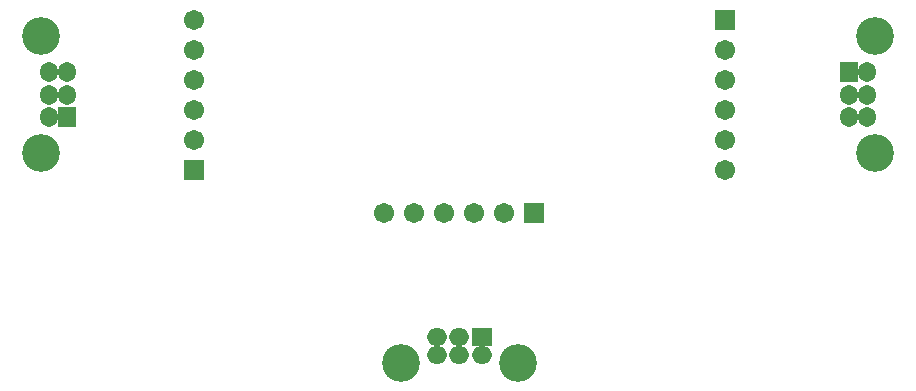
<source format=gbs>
G04*
G04 #@! TF.GenerationSoftware,Altium Limited,Altium Designer,23.4.1 (23)*
G04*
G04 Layer_Color=16711935*
%FSLAX44Y44*%
%MOMM*%
G71*
G04*
G04 #@! TF.SameCoordinates,803C344B-8DD6-4E4C-9FAA-A71E5F9A745E*
G04*
G04*
G04 #@! TF.FilePolarity,Negative*
G04*
G01*
G75*
%ADD25R,1.5032X1.7032*%
%ADD27R,1.7032X1.5032*%
%ADD29C,1.7032*%
%ADD30R,1.7032X1.7032*%
%ADD31O,1.5032X1.7032*%
%ADD32C,3.2032*%
%ADD33O,1.7032X1.5032*%
%ADD34R,1.7032X1.7032*%
D25*
X730000Y299000D02*
D03*
X67500Y261000D02*
D03*
D27*
X419000Y75000D02*
D03*
D29*
X625000Y292700D02*
D03*
Y267300D02*
D03*
Y241900D02*
D03*
Y318100D02*
D03*
Y216500D02*
D03*
X175000Y267300D02*
D03*
Y292700D02*
D03*
Y318100D02*
D03*
Y241900D02*
D03*
Y343500D02*
D03*
X412700Y180000D02*
D03*
X387300D02*
D03*
X361900D02*
D03*
X438100D02*
D03*
X336500D02*
D03*
D30*
X625000Y343500D02*
D03*
X175000Y216500D02*
D03*
D31*
X745000Y261000D02*
D03*
Y299000D02*
D03*
X730000Y261000D02*
D03*
X745000Y280000D02*
D03*
X730000D02*
D03*
X52500Y299000D02*
D03*
Y261000D02*
D03*
X67500Y299000D02*
D03*
X52500Y280000D02*
D03*
X67500D02*
D03*
D32*
X752000Y329500D02*
D03*
Y230500D02*
D03*
X45500Y230500D02*
D03*
Y329500D02*
D03*
X449500Y53000D02*
D03*
X350500D02*
D03*
D33*
X381000Y60000D02*
D03*
X419000D02*
D03*
X381000Y75000D02*
D03*
X400000Y60000D02*
D03*
Y75000D02*
D03*
D34*
X463500Y180000D02*
D03*
M02*

</source>
